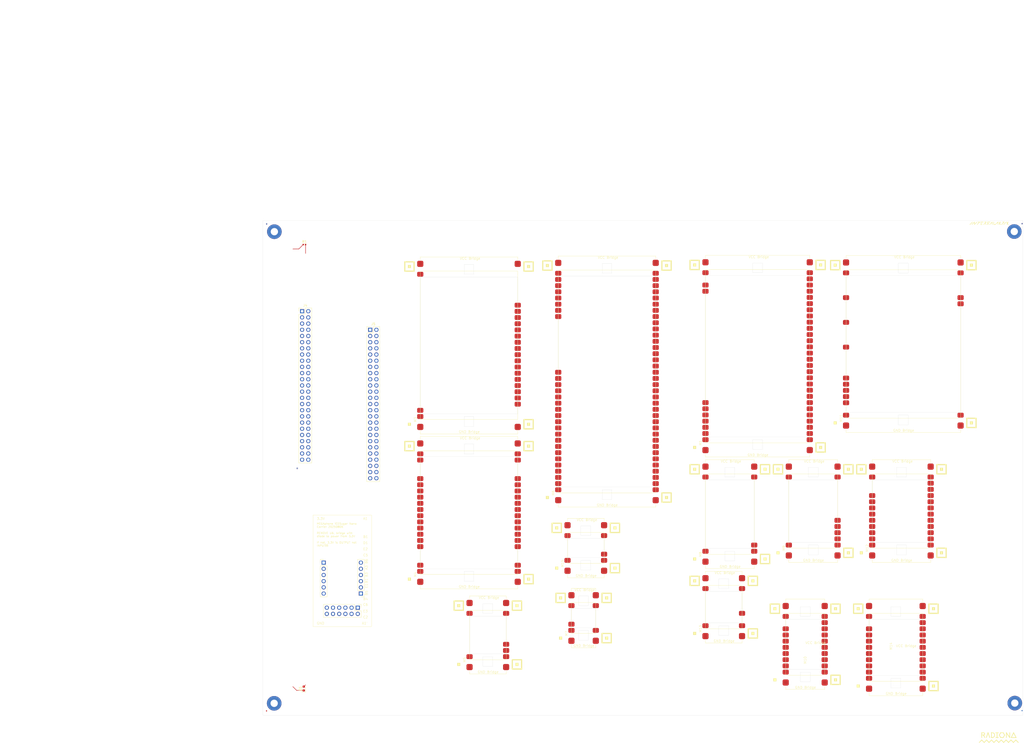
<source format=kicad_pcb>
(kicad_pcb (version 20241229) (generator "pcbnew") (generator_version "9.0")
  (title_block (title "${project_name}") (date "2025-08-20") (rev "${project_version}") (company "${project_creator}"))
  (layers (0 "F.Cu" signal) (4 "In1.Cu" signal) (6 "In2.Cu" signal) (2 "B.Cu" signal) (13 "F.Paste" user) (15 "B.Paste" user) (5 "F.SilkS" user "F.Silkscreen") (7 "B.SilkS" user "B.Silkscreen") (1 "F.Mask" user) (3 "B.Mask" user) (25 "Edge.Cuts" user))
  (property "project_creator" "Intergalaktik d.o.o.")
  (property "project_license" "CERN-OHL-S v2")
  (property "project_name" "Template")
  (property "project_version" "v1.0")
  (property "project_year" "2025.")
  (net 0 "")
  (net 1 "Net-(D1-A)")
  (net 2 "GND")
  (net 3 "+3V3")
  (net 4 "J2_30")
  (net 5 "J1_1")
  (net 6 "B3")
  (net 7 "J1_43")
  (net 8 "J2_11")
  (net 9 "B6")
  (net 10 "J1_17")
  (net 11 "J2_2")
  (net 12 "J2_12")
  (net 13 "J1_35")
  (net 14 "J1_38")
  (net 15 "J1_29")
  (net 16 "A3")
  (net 17 "J1_37")
  (net 18 "J1_32")
  (net 19 "J1_7")
  (net 20 "J2_34")
  (net 21 "J2_15")
  (net 22 "C5")
  (net 23 "J2_40")
  (net 24 "B1")
  (net 25 "J2_23")
  (net 26 "E2")
  (net 27 "A1")
  (net 28 "B4")
  (net 29 "A1_DUP")
  (net 30 "J1_21")
  (net 31 "E1")
  (net 32 "C2")
  (net 33 "J1_8")
  (net 34 "J1_20")
  (net 35 "B5")
  (net 36 "B1_DUP")
  (net 37 "J2_4")
  (net 38 "C6")
  (net 39 "J1_23")
  (net 40 "J2_6")
  (net 41 "J1_3")
  (net 42 "J2_14")
  (net 43 "J1_9")
  (net 44 "J2_21")
  (net 45 "J1_19")
  (net 46 "J2_42")
  (net 47 "E3")
  (net 48 "J2_13")
  (net 49 "J2_32")
  (net 50 "J2_10")
  (net 51 "/{slash}USIM_RESET")
  (net 52 "J1_12")
  (net 53 "J1_42")
  (net 54 "J1_11")
  (net 55 "/USIM_DATA")
  (net 56 "/USIM_VDD")
  (net 57 "J1_40")
  (net 58 "J1_27")
  (net 59 "J2_8")
  (net 60 "J1_34")
  (net 61 "/USIM_VPP")
  (net 62 "J2_9")
  (net 63 "J1_44")
  (net 64 "J1_6")
  (net 65 "J1_36")
  (net 66 "J1_14")
  (net 67 "/USIM_CLK")
  (net 68 "J1_26")
  (net 69 "J2_7")
  (net 71 "J1_25")
  (net 74 "J2_17")
  (net 75 "/3.5MM_LEFT")
  (net 76 "J2_25")
  (net 77 "J1_31")
  (net 78 "/3.5MM_RIGHT")
  (net 79 "J1_15")
  (net 80 "/3.5MM_MIC")
  (net 81 "J2_28")
  (net 82 "J1_33")
  (net 83 "J2_3")
  (net 84 "J1_24")
  (net 85 "J2_39")
  (net 86 "J1_39")
  (net 87 "J1_46")
  (net 88 "J1_41")
  (net 89 "J1_13")
  (net 90 "J1_48")
  (net 91 "J1_30")
  (net 92 "J1_4")
  (net 93 "J2_19")
  (net 94 "J1_16")
  (net 95 "J1_22")
  (net 96 "/LODRV")
  (net 97 "/BTST")
  (net 98 "/RGEN")
  (net 99 "/~{Charge EN}")
  (net 100 "/HIDRV")
  (net 101 "VBAT_OUT")
  (net 102 "/PH")
  (net 103 "/STAT2")
  (net 104 "/STAT1")
  (net 105 "/UART_TX")
  (net 106 "/MPPSET")
  (net 107 "/Input")
  (net 108 "/TS")
  (net 109 "/UART_RX")
  (net 110 "/SD_CS")
  (net 111 "/VFB")
  (net 112 "/VREF")
  (net 113 "+3.3V")
  (net 114 "D3")
  (net 116 "D10")
  (net 118 "BAT")
  (net 119 "RST")
  (net 121 "D2")
  (net 123 "D1")
  (net 124 "D9")
  (net 126 "D0")
  (net 127 "D7")
  (net 128 "3V3")
  (net 129 "SOLAR")
  (net 131 "D11")
  (net 132 "J1_18")
  (net 134 "J1_10")
  (net 135 "J1_47")
  (net 136 "D8")
  (net 137 "D6")
  (net 138 "D13")
  (net 139 "D12")
  (net 140 "EXT_SW")
  (net 141 "J1_28")
  (net 142 "VBAT")
  (net 143 "EN")
  (net 144 "J2_48")
  (net 145 "J2_31")
  (net 146 "VOUT")
  (net 147 "J2_27")
  (net 148 "UART_CTS_3V3")
  (net 149 "UART_RX_3V3")
  (net 150 "PCM_DOUT_3V3")
  (net 151 "{slash}LED_WWAN_OC_OUT")
  (net 152 "J2_37")
  (net 154 "PERp0")
  (net 155 "I2C_DATA_1V8")
  (net 156 "{slash}DTR_SLEEP_MODE_3V3")
  (net 157 "J2_47")
  (net 158 "COEX_UART_RX_3V3")
  (net 159 "COEX_UART_TX_3V3")
  (net 160 "J2_36")
  (net 161 "{slash}CLKREQ")
  (net 162 "1V8")
  (net 163 "RESERVED_PIN46")
  (net 164 "RESERVED_PIN19")
  (net 166 "J2_41")
  (net 167 "{slash}RESET_3V3")
  (net 168 "{slash}WAKE_3V3")
  (net 169 "RI_HOST_WAKE_3V3")
  (net 170 "J2_24")
  (net 171 "J2_26")
  (net 172 "USIM_SIM_PRESENT_IN")
  (net 173 "J2_38")
  (net 174 "J2_43")
  (net 175 "PETp0")
  (net 176 "UART_TX_3V3")
  (net 177 "USB_D+")
  (net 178 "USB_D-")
  (net 179 "I2C_SCL_1V8")
  (net 180 "{slash}W_DISABLE_3V3")
  (net 181 "VCC")
  (net 183 "GREEN5")
  (net 184 "BLUE1")
  (net 185 "RED1")
  (net 186 "J2_33")
  (net 187 "CPT_VDD")
  (net 188 "BL_SDA")
  (net 189 "BLUE3")
  (net 190 "RED2")
  (net 191 "LCD_3V3")
  (net 192 "BLUE2")
  (net 193 "J2_35")
  (net 194 "GREEN3")
  (net 195 "GREEN0")
  (net 198 "DATA_ENABLE")
  (net 199 "BLUE4")
  (net 200 "RED0")
  (net 201 "RESIST_YU")
  (net 202 "RESIST_XR")
  (net 203 "CTP_INT")
  (net 204 "BL_SCL")
  (net 205 "HSYNC")
  (net 206 "GREEN7")
  (net 207 "CTP_GND")
  (net 208 "DCLK")
  (net 209 "RESIST_YD")
  (net 211 "GREEN1")
  (net 212 "PIN35")
  (net 213 "CPT_SDA")
  (net 214 "BLUE6")
  (net 215 "RED4")
  (net 216 "J2_16")
  (net 217 "CPT_SCL")
  (net 218 "J2_18")
  (net 220 "GREEN2")
  (net 223 "BLUE7")
  (net 224 "BLUE5")
  (net 225 "RED3")
  (net 226 "DISP_ON_OFF")
  (net 227 "BLUE0")
  (net 228 "GREEN4")
  (net 229 "GREEN6")
  (net 230 "BL_PWM")
  (net 231 "RESIST_XL")
  (net 232 "CPT_WAKE")
  (net 233 "BL_3V3")
  (net 234 "CLOCK")
  (net 235 "J2_44")
  (net 236 "DATA")
  (net 240 "J2_20")
  (net 243 "DIRTY_DC_-_SENSE")
  (net 245 "DIRTY_DC_+")
  (net 246 "DIRTY_DC_-")
  (net 247 "J2_29")
  (net 248 "J2_22")
  (net 249 "J1_45")
  (net 250 "SIM_AUX2")
  (net 251 "SD_VDD")
  (net 253 "SIM_AUX1")
  (net 254 "INTERNAL_SOLAR_IN")
  (net 255 "ENABLE")
  (net 256 "{slash}VALID2")
  (net 257 "{slash}VALID1")
  (net 258 "{slash}VALID3")
  (net 259 "USB-C_POWER_IN")
  (net 261 "{slash}SHUTDOWN")
  (net 262 "MCLK1")
  (net 263 "LED2")
  (net 264 "TEMP2")
  (net 265 "UART_CTS")
  (net 266 "UART_TX_IND")
  (net 267 "MFB")
  (net 268 "UART_RXD")
  (net 269 "UART_RTS")
  (net 270 "GPIO_P2_3")
  (net 271 "{slash}RESET")
  (net 272 "VCC_3V3")
  (net 273 "LED1")
  (net 274 "UART_TXD")
  (net 275 "RFS1")
  (net 276 "DR1")
  (net 277 "DT1")
  (net 278 "TEMP1")
  (net 279 "SCLK1")
  (net 281 "I2S_MCLK")
  (net 282 "SPEAKER_L_P")
  (net 283 "SPEAKER_L_M")
  (net 284 "SPEAKER_R_P")
  (net 285 "I2S_DOUT")
  (net 286 "I2S_BCLK")
  (net 287 "I2S_DIN")
  (net 288 "SPEAKER_R_M")
  (net 289 "DECOUPLE5")
  (net 290 "GPIO1")
  (footprint "MegaCastle:MegaCastle2x28-I42.8x66.3-MB00007FFFFFFFF" (layer "F.Cu") (at 323.4 158.92)
    (property "Reference" "M1")
    (property "Value" "~")
    (fp_rect (start -21.4 -33.16) (end 21.4 33.16) (stroke (width 0.05)) (fill no) (layer "Edge.Cuts"))
    (fp_rect (start -2 -34.29) (end 2 -38.29) (stroke (width 0.05)) (fill no) (layer "Edge.Cuts"))
    (fp_rect (start -2 34.29) (end 2 38.29) (stroke (width 0.05)) (fill no) (layer "Edge.Cuts"))
  )
  (footprint "MegaCastle:MegaCastle2x10-I16.0x20.6-MBFFFF" (layer "F.Cu") (at 342.919999 277.2)
    (property "Reference" "M10")
    (property "Value" "~")
    (fp_rect (start -8 -10.3) (end 8 10.3) (stroke (width 0.05)) (fill no) (layer "Edge.Cuts"))
    (fp_rect (start -2 -11.43) (end 2 -15.43) (stroke (width 0.05)) (fill no) (layer "Edge.Cuts"))
    (fp_rect (start -2 11.43) (end 2 15.43) (stroke (width 0.05)) (fill no) (layer "Edge.Cuts"))
  )
  (footprint "MegaCastle:MegaCastle2x24-I47.0x56.2-M88887D8C0001" (layer "F.Cu") (at 383.179999 153.920001)
    (property "Reference" "M11")
    (property "Value" "~")
    (fp_rect (start -23.5 -28.08) (end 23.5 28.08) (stroke (width 0.05)) (fill no) (layer "Edge.Cuts"))
    (fp_rect (start -2 -29.21) (end 2 -33.21) (stroke (width 0.05)) (fill no) (layer "Edge.Cuts"))
    (fp_rect (start -2 29.21) (end 2 33.21) (stroke (width 0.05)) (fill no) (layer "Edge.Cuts"))
  )
  (footprint "MegaCastle:MegaCastle2x12-I24.0x25.7-M9FFFFF" (layer "F.Cu") (at 382.399999 222.5)
    (property "Reference" "M12")
    (property "Value" "~")
    (fp_rect (start -12 -12.84) (end 12 12.84) (stroke (width 0.05)) (fill no) (layer "Edge.Cuts"))
    (fp_rect (start -2 -13.97) (end 2 -17.97) (stroke (width 0.05)) (fill no) (layer "Edge.Cuts"))
    (fp_rect (start -2 13.97) (end 2 17.97) (stroke (width 0.05)) (fill no) (layer "Edge.Cuts"))
  )
  (footprint "MegaCastle:MegaCastle2x20-I40.0x46.0-MBCFFF3CFFF3" (layer "F.Cu") (at 204.970001 223.150001)
    (property "Reference" "M4")
    (property "Value" "~")
    (fp_rect (start -20 -23) (end 20 23) (stroke (width 0.05)) (fill no) (layer "Edge.Cuts"))
    (fp_rect (start -2 -24.13) (end 2 -28.13) (stroke (width 0.05)) (fill no) (layer "Edge.Cuts"))
    (fp_rect (start -2 24.13) (end 2 28.13) (stroke (width 0.05)) (fill no) (layer "Edge.Cuts"))
  )
  (footprint "intergalaktik:intergalaktik" (layer "F.Cu") (at 418.43 104.22)
    (property "Reference" "LOGO1" (hide yes))
    (property "Value" "Intergalaktik Logo" (hide yes))
  )
  (footprint "MountingHole:MountingHole_3mm_Pad" (layer "F.Cu") (at 125.03 301.45)
    (property "Reference" "H3" (hide yes))
    (property "Value" "MH" (hide yes))
  )
  (footprint "MegaCastle:MegaCastle2x5-I10.0x7.9-M9C4" (layer "F.Cu") (at 252 266.42)
    (property "Reference" "M7")
    (property "Value" "~")
    (fp_rect (start -5 -3.95) (end 5 3.95) (stroke (width 0.05)) (fill no) (layer "Edge.Cuts"))
    (fp_rect (start -2 -5.08) (end 2 -9.08) (stroke (width 0.05)) (fill no) (layer "Edge.Cuts"))
    (fp_rect (start -2 5.08) (end 2 9.08) (stroke (width 0.05)) (fill no) (layer "Edge.Cuts"))
  )
  (footprint "MegaCastle:MegaCastle2x5-I15.0x7.9-M8CC" (layer "F.Cu") (at 252.9 237.67)
    (property "Reference" "M15")
    (property "Value" "~")
    (fp_rect (start -7.5 -3.95) (end 7.5 3.95) (stroke (width 0.05)) (fill no) (layer "Edge.Cuts"))
    (fp_rect (start -2 -5.08) (end 2 -9.08) (stroke (width 0.05)) (fill no) (layer "Edge.Cuts"))
    (fp_rect (start -2 5.08) (end 2 9.08) (stroke (width 0.05)) (fill no) (layer "Edge.Cuts"))
  )
  (footprint "Connector_PinHeader_2.54mm:PinHeader_2x25_P2.54mm_Vertical" (layer "F.Cu") (at 136.49 140.46)
    (property "Reference" "J4")
    (property "Value" "Conn_02x25_Odd_Even" (hide yes))
  )
  (footprint "Connector_PinHeader_2.54mm:PinHeader_2x06_P2.54mm_Vertical" (layer "F.Cu") (at 159.33 262.189999 -90)
    (property "Reference" "J3" (hide yes))
    (property "Value" "Conn_02x06_Odd_Even" (hide yes))
  )
  (footprint "MegaCastle:MegaCastle2x7-I15.0x13.0-M8314" (layer "F.Cu") (at 309.499999 261.960001)
    (property "Reference" "M13")
    (property "Value" "~")
    (fp_rect (start -7.5 -6.49) (end 7.5 6.49) (stroke (width 0.05)) (fill no) (layer "Edge.Cuts"))
    (fp_rect (start -2 -7.62) (end 2 -11.62) (stroke (width 0.05)) (fill no) (layer "Edge.Cuts"))
    (fp_rect (start -2 7.62) (end 2 11.62) (stroke (width 0.05)) (fill no) (layer "Edge.Cuts"))
  )
  (footprint "LED_SMD:LED_0603_1608Metric" (layer "F.Cu") (at 137.18 295.3725 90)
    (property "Reference" "D1")
    (property "Value" "RED" (hide yes))
  )
  (footprint "MegaCastle:MegaCastle2x24-I40.0x56.2-M80000307FFFC" (layer "F.Cu") (at 204.970001 154.480001)
    (property "Reference" "M3")
    (property "Value" "~")
    (fp_rect (start -20 -28.08) (end 20 28.08) (stroke (width 0.05)) (fill no) (layer "Edge.Cuts"))
    (fp_rect (start -2 -29.21) (end 2 -33.21) (stroke (width 0.05)) (fill no) (layer "Edge.Cuts"))
    (fp_rect (start -2 29.21) (end 2 33.21) (stroke (width 0.05)) (fill no) (layer "Edge.Cuts"))
  )
  (footprint "Fiducial:Fiducial_0.5mm_Mask1mm" (layer "F.Cu") (at 431.93 104.51)
    (property "Reference" "FID2" (hide yes))
    (property "Value" "Fiducial" (hide yes))
  )
  (footprint "MountingHole:MountingHole_3mm_Pad" (layer "F.Cu") (at 428.71 107.74)
    (property "Reference" "H2" (hide yes))
    (property "Value" "MH" (hide yes))
  )
  (footprint "Capacitor_SMD:C_0402_1005Metric" (layer "F.Cu") (at 137.43 113.095)
    (property "Reference" "R1")
    (property "Value" "0R" (hide yes))
  )
  (footprint "MegaCastle:MegaCastle2x12-I20.0x25.7-M80181F" (layer "F.Cu") (at 346.199999 222.5)
    (property "Reference" "M9")
    (property "Value" "~")
    (fp_rect (start -10 -12.84) (end 10 12.84) (stroke (width 0.05)) (fill no) (layer "Edge.Cuts"))
    (fp_rect (start -2 -13.97) (end 2 -17.97) (stroke (width 0.05)) (fill no) (layer "Edge.Cuts"))
    (fp_rect (start -2 13.97) (end 2 17.97) (stroke (width 0.05)) (fill no) (layer "Edge.Cuts"))
  )
  (footprint "Fiducial:Fiducial_0.5mm_Mask1mm" (layer "F.Cu") (at 121.93 104.62)
    (property "Reference" "FID1" (hide yes))
    (property "Value" "Fiducial" (hide yes))
  )
  (footprint "radiona:radiona" (layer "F.Cu") (at 422.35 314.51)
    (property "Reference" "LOGO2" (hide yes))
    (property "Value" "Radiona Logo" (hide yes))
  )
  (footprint "MegaCastle:MegaCastle2x13-I20.0x28.2-M800C00C" (layer "F.Cu") (at 311.999999 223.770001)
    (property "Reference" "M8")
    (property "Value" "~")
    (fp_rect (start -10 -14.11) (end 10 14.11) (stroke (width 0.05)) (fill no) (layer "Edge.Cuts"))
    (fp_rect (start -2 -15.24) (end 2 -19.24) (stroke (width 0.05)) (fill no) (layer "Edge.Cuts"))
    (fp_rect (start -2 15.24) (end 2 19.24) (stroke (width 0.05)) (fill no) (layer "Edge.Cuts"))
  )
  (footprint "Fiducial:Fiducial_0.5mm_Mask1mm" (layer "F.Cu") (at 121.89 304.56)
    (property "Reference" "FID3" (hide yes))
    (property "Value" "Fiducial" (hide yes))
  )
  (footprint "Connector_PinHeader_2.54mm:PinHeader_2x25_P2.54mm_Vertical" (layer "F.Cu") (at 164.43 148.08)
    (property "Reference" "J5")
    (property "Value" "Conn_02x25_Odd_Even" (hide yes))
  )
  (footprint "MegaCastle:MegaCastle2x8-I15.0x15.5-M8187" (layer "F.Cu") (at 212.7 273.405)
    (property "Reference" "M5")
    (property "Value" "~")
    (fp_rect (start -7.5 -7.76) (end 7.5 7.76) (stroke (width 0.05)) (fill no) (layer "Edge.Cuts"))
    (fp_rect (start -2 -8.89) (end 2 -12.89) (stroke (width 0.05)) (fill no) (layer "Edge.Cuts"))
    (fp_rect (start -2 8.89) (end 2 12.89) (stroke (width 0.05)) (fill no) (layer "Edge.Cuts"))
  )
  (footprint "MountingHole:MountingHole_3mm_Pad" (layer "F.Cu") (at 428.92 301.36)
    (property "Reference" "H4" (hide yes))
    (property "Value" "MH" (hide yes))
  )
  (footprint "Connector_PinHeader_2.54mm:PinHeader_1x06_P2.54mm_Vertical" (layer "F.Cu") (at 145.34 243.679999)
    (property "Reference" "J2" (hide yes))
    (property "Value" "Conn_01x06_Pin" (hide yes))
  )
  (footprint "MegaCastle:MegaCastle2x36-I40.0x86.6-MFFFFFFFFFFFFFF" (layer "F.Cu") (at 261.58 169.32)
    (property "Reference" "M6")
    (property "Value" "~")
    (fp_rect (start -20 -43.32) (end 20 43.32) (stroke (width 0.05)) (fill no) (layer "Edge.Cuts"))
    (fp_rect (start -2 -44.45) (end 2 -48.45) (stroke (width 0.05)) (fill no) (layer "Edge.Cuts"))
    (fp_rect (start -2 44.45) (end 2 48.45) (stroke (width 0.05)) (fill no) (layer "Edge.Cuts"))
  )
  (footprint "MegaCastle:MegaCastle2x11-I22.0x23.1-MBFFFFC" (layer "F.Cu") (at 380.119999 278.470001)
    (property "Reference" "M14")
    (property "Value" "~")
    (fp_rect (start -11 -11.57) (end 11 11.57) (stroke (width 0.05)) (fill no) (layer "Edge.Cuts"))
    (fp_rect (start -2 -12.7) (end 2 -16.7) (stroke (width 0.05)) (fill no) (layer "Edge.Cuts"))
    (fp_rect (start -2 12.7) (end 2 16.7) (stroke (width 0.05)) (fill no) (layer "Edge.Cuts"))
  )
  (footprint "Connector_PinHeader_2.54mm:PinHeader_1x06_P2.54mm_Vertical" (layer "F.Cu") (at 160.61 256.379999 180)
    (property "Reference" "J1" (hide yes))
    (property "Value" "Conn_01x06_Pin" (hide yes))
  )
  (footprint "MountingHole:MountingHole_3mm_Pad" (layer "F.Cu") (at 125.11 107.8)
    (property "Reference" "H1" (hide yes))
    (property "Value" "MH" (hide yes))
  )
  (footprint "Fiducial:Fiducial_0.5mm_Mask1mm" (layer "B.Cu") (at 431.91 304.45)
    (property "Reference" "FID6" (hide yes))
    (property "Value" "Fiducial" (hide yes))
  )
  (footprint "Fiducial:Fiducial_0.5mm_Mask1mm" (layer "B.Cu") (at 431.93 104.51)
    (property "Reference" "FID4" (hide yes))
    (property "Value" "Fiducial" (hide yes))
  )
  (footprint "Fiducial:Fiducial_0.5mm_Mask1mm" (layer "B.Cu") (at 121.93 104.62)
    (property "Reference" "FID5" (hide yes))
    (property "Value" "Fiducial" (hide yes))
  )
  (gr_rect (start 140.98 224.179999) (end 164.98 269.95) (stroke (width 0.1)) (fill no) (layer "F.SilkS"))
  (gr_rect (start 120.42 103.18) (end 432.22 306.36) (stroke (width 0.05)) (fill no) (layer "Edge.Cuts"))
  (gr_text "A1" (at 161.48 226.179999 0) (layer "F.SilkS") (effects (font (size 1 1) (thickness 0.1)) (justify left bottom)))
  (gr_text "E1" (at 163.48 254.179999 90) (layer "F.SilkS") (effects (font (size 1 1) (thickness 0.1)) (justify left bottom)))
  (gr_text "C6" (at 161.48 261.489999 0) (layer "F.SilkS") (effects (font (size 1 1) (thickness 0.1)) (justify left bottom)))
  (gr_text "E3" (at 161.48 264.179999 0) (layer "F.SilkS") (effects (font (size 1 1) (thickness 0.1)) (justify left bottom)))
  (gr_text "D1" (at 161.48 236.179999 0) (layer "F.SilkS") (effects (font (size 1 1) (thickness 0.1)) (justify left bottom)))
  (gr_text "A3" (at 163.48 246.679999 90) (layer "F.SilkS") (effects (font (size 1 1) (thickness 0.1)) (justify left bottom)))
  (gr_text "3.3V" (at 142.48 226.179999 0) (layer "F.SilkS") (effects (font (size 1 1) (thickness 0.1)) (justify left bottom)))
  (gr_text "B1" (at 161.48 233.679999 0) (layer "F.SilkS") (effects (font (size 1 1) (thickness 0.1)) (justify left bottom)))
  (gr_text "C2" (at 161.48 266.679999 0) (layer "F.SilkS") (effects (font (size 1 1) (thickness 0.1)) (justify left bottom)))
  (gr_text "GND" (at 142.48 269.179999 0) (layer "F.SilkS") (effects (font (size 1 1) (thickness 0.1)) (justify left bottom)))
  (gr_text "B6" (at 163.48 244.179999 90) (layer "F.SilkS") (effects (font (size 1 1) (thickness 0.1)) (justify left bottom)))
  (gr_text "A1'" (at 160.98 269.179999 0) (layer "F.SilkS") (effects (font (size 1 1) (thickness 0.1)) (justify left bottom)))
  (gr_text "B3" (at 163.48 249.679999 90) (layer "F.SilkS") (effects (font (size 1 1) (thickness 0.1)) (justify left bottom)))
  (gr_text "B5" (at 163.48 257.179999 90) (layer "F.SilkS") (effects (font (size 1 1) (thickness 0.1)) (justify left bottom)))
  (gr_text "MEGAphone iCESugar Nano \nCarrier 20250806\n\nREMOVE U6, bridge with\ndiode to power from 3.3V\n\nIf not, 3.3V is OUTPUT not\nINPUT!!!" (at 142.48 237.179999 0) (layer "F.SilkS") (effects (font (size 0.8 0.8) (thickness 0.1)) (justify left bottom)))
  (gr_text "B1'" (at 163.48 252.179999 90) (layer "F.SilkS") (effects (font (size 1 1) (thickness 0.1)) (justify left bottom)))
  (gr_text "E2" (at 161.48 238.679999 0) (layer "F.SilkS") (effects (font (size 1 1) (thickness 0.1)) (justify left bottom)))
  (gr_text "C5" (at 161.48 241.179999 0) (layer "F.SilkS") (effects (font (size 1 1) (thickness 0.1)) (justify left bottom)))
  (gr_text "B4" (at 161.48 259.179999 0) (layer "F.SilkS") (effects (font (size 1 1) (thickness 0.1)) (justify left bottom)))
  (segment (start 137.88 293.885) (end 137.18 294.585) (width 0.2) (layer "F.Cu") (net 1))
  (segment (start 137.91 113.095) (end 137.91 116.725) (width 0.2) (layer "F.Cu") (net 1))
  (segment (start 134.26 296.16) (end 132.69 294.59) (width 0.2) (layer "F.Cu") (net 2))
  (segment (start 137.18 296.16) (end 134.26 296.16) (width 0.2) (layer "F.Cu") (net 2))
  (segment (start 132.72 114.89) (end 135.155 114.89) (width 0.2) (layer "F.Cu") (net 3))
  (segment (start 135.155 114.89) (end 136.95 113.095) (width 0.2) (layer "F.Cu") (net 3))
  (via (at 134.49 204.96) (size 0.6) (drill 0.3) (layers "F.Cu" "B.Cu") (net 87))
)
</source>
